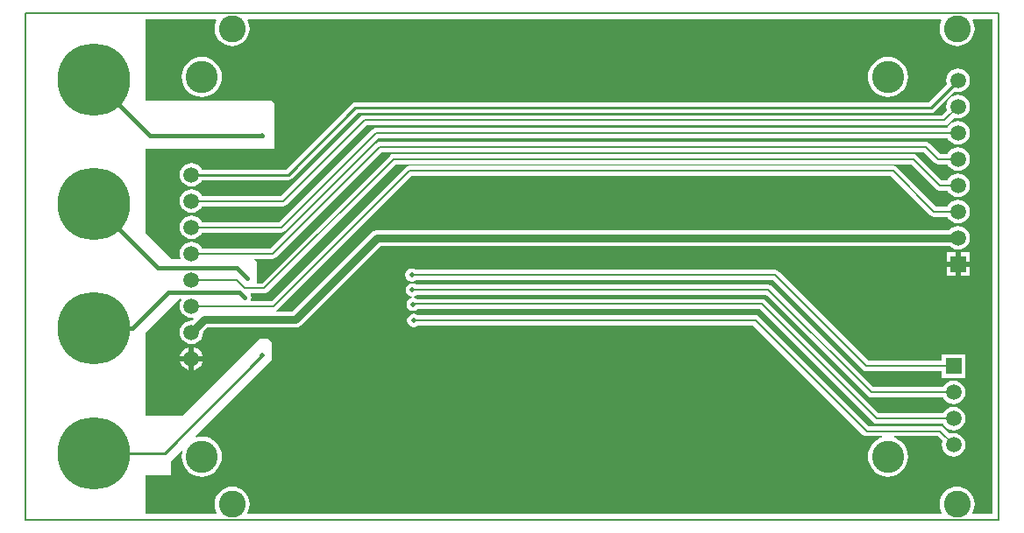
<source format=gtl>
%FSLAX25Y25*%
%MOIN*%
G70*
G01*
G75*
G04 Layer_Physical_Order=1*
G04 Layer_Color=255*
%ADD10C,0.27559*%
%ADD11C,0.00800*%
%ADD12C,0.03000*%
%ADD13C,0.01000*%
%ADD14C,0.01500*%
%ADD15C,0.00500*%
%ADD16C,0.10236*%
%ADD17C,0.05906*%
%ADD18C,0.12205*%
%ADD19R,0.05906X0.05906*%
%ADD20C,0.02000*%
%ADD21C,0.03000*%
%ADD22C,0.07874*%
G36*
X367716Y-190616D02*
X360393D01*
X360136Y-190187D01*
X360475Y-189553D01*
X360853Y-188305D01*
X360981Y-187008D01*
X360853Y-185711D01*
X360475Y-184463D01*
X359860Y-183313D01*
X359033Y-182306D01*
X358025Y-181479D01*
X356876Y-180864D01*
X355628Y-180485D01*
X354331Y-180358D01*
X353033Y-180485D01*
X351786Y-180864D01*
X350636Y-181479D01*
X349628Y-182306D01*
X348801Y-183313D01*
X348187Y-184463D01*
X347808Y-185711D01*
X347681Y-187008D01*
X347808Y-188305D01*
X348187Y-189553D01*
X348526Y-190187D01*
X348269Y-190616D01*
X84802D01*
X84545Y-190187D01*
X84884Y-189553D01*
X85263Y-188305D01*
X85390Y-187008D01*
X85263Y-185711D01*
X84884Y-184463D01*
X84269Y-183313D01*
X83442Y-182306D01*
X82435Y-181479D01*
X81285Y-180864D01*
X80037Y-180485D01*
X78740Y-180358D01*
X77443Y-180485D01*
X76195Y-180864D01*
X75046Y-181479D01*
X74038Y-182306D01*
X73211Y-183313D01*
X72596Y-184463D01*
X72218Y-185711D01*
X72090Y-187008D01*
X72218Y-188305D01*
X72596Y-189553D01*
X72935Y-190187D01*
X72678Y-190616D01*
X45800D01*
Y-176000D01*
X55386D01*
Y-170614D01*
X59455Y-166545D01*
X59884Y-166802D01*
X59705Y-167393D01*
X59558Y-168884D01*
X59705Y-170374D01*
X60139Y-171807D01*
X60845Y-173127D01*
X61795Y-174285D01*
X62953Y-175235D01*
X64274Y-175941D01*
X65707Y-176376D01*
X67197Y-176523D01*
X68687Y-176376D01*
X70120Y-175941D01*
X71441Y-175235D01*
X72599Y-174285D01*
X73549Y-173127D01*
X74255Y-171807D01*
X74689Y-170374D01*
X74836Y-168884D01*
X74689Y-167393D01*
X74255Y-165960D01*
X73549Y-164639D01*
X72599Y-163482D01*
X71441Y-162532D01*
X70120Y-161826D01*
X68687Y-161391D01*
X67197Y-161244D01*
X65707Y-161391D01*
X65115Y-161570D01*
X64859Y-161142D01*
X93700Y-132300D01*
Y-125400D01*
X92100Y-123800D01*
X91900Y-124000D01*
X90100D01*
Y-123900D01*
X89400D01*
X59900Y-153400D01*
X45800D01*
Y-121600D01*
X58706Y-108694D01*
X59312D01*
X59533Y-109142D01*
X59370Y-109354D01*
X58922Y-110438D01*
X58769Y-111600D01*
X58922Y-112762D01*
X59370Y-113846D01*
X60084Y-114776D01*
X61014Y-115489D01*
X62098Y-115938D01*
X63260Y-116091D01*
X63905Y-116006D01*
X64126Y-116455D01*
X63447Y-117133D01*
X63260Y-117109D01*
X62098Y-117262D01*
X61014Y-117710D01*
X60084Y-118424D01*
X59370Y-119354D01*
X58922Y-120438D01*
X58769Y-121600D01*
X58922Y-122762D01*
X59370Y-123846D01*
X60084Y-124776D01*
X61014Y-125489D01*
X62098Y-125938D01*
X63260Y-126091D01*
X64422Y-125938D01*
X65505Y-125489D01*
X66436Y-124776D01*
X67149Y-123846D01*
X67598Y-122762D01*
X67751Y-121600D01*
X67726Y-121413D01*
X69313Y-119826D01*
X102700D01*
X103483Y-119723D01*
X103999Y-119509D01*
X104213Y-119421D01*
X104840Y-118940D01*
X135153Y-88626D01*
X351509D01*
X351624Y-88776D01*
X352554Y-89490D01*
X353638Y-89938D01*
X354800Y-90091D01*
X355962Y-89938D01*
X357046Y-89490D01*
X357976Y-88776D01*
X358689Y-87846D01*
X359138Y-86762D01*
X359291Y-85600D01*
X359138Y-84438D01*
X358689Y-83354D01*
X357976Y-82424D01*
X357046Y-81710D01*
X355962Y-81262D01*
X354800Y-81109D01*
X353638Y-81262D01*
X352554Y-81710D01*
X351624Y-82424D01*
X351509Y-82574D01*
X133900D01*
X133117Y-82677D01*
X132689Y-82854D01*
X132387Y-82980D01*
X131760Y-83460D01*
X101447Y-113774D01*
X95627D01*
X95482Y-113296D01*
X95970Y-112970D01*
X95970Y-112970D01*
X95970Y-112970D01*
X146902Y-62037D01*
X329298D01*
X344230Y-76970D01*
X344859Y-77390D01*
X345600Y-77537D01*
X350783D01*
X350910Y-77846D01*
X351624Y-78776D01*
X352554Y-79489D01*
X353638Y-79938D01*
X354800Y-80091D01*
X355962Y-79938D01*
X357046Y-79489D01*
X357976Y-78776D01*
X358689Y-77846D01*
X359138Y-76762D01*
X359291Y-75600D01*
X359138Y-74438D01*
X358689Y-73354D01*
X357976Y-72424D01*
X357046Y-71710D01*
X355962Y-71262D01*
X354800Y-71109D01*
X353638Y-71262D01*
X352554Y-71710D01*
X351624Y-72424D01*
X350910Y-73354D01*
X350783Y-73663D01*
X346402D01*
X331470Y-58730D01*
X330841Y-58310D01*
X330100Y-58163D01*
X146100D01*
X145359Y-58310D01*
X144730Y-58730D01*
X93798Y-109663D01*
X86192D01*
X85875Y-109276D01*
X86049Y-108400D01*
X85855Y-107424D01*
X85690Y-107178D01*
X85926Y-106737D01*
X90835D01*
X91576Y-106590D01*
X92204Y-106170D01*
X92204Y-106170D01*
X92204Y-106170D01*
X140837Y-57537D01*
X336898D01*
X346330Y-66970D01*
X346959Y-67390D01*
X347700Y-67537D01*
X350783D01*
X350910Y-67846D01*
X351624Y-68776D01*
X352554Y-69490D01*
X353638Y-69938D01*
X354800Y-70091D01*
X355962Y-69938D01*
X357046Y-69490D01*
X357976Y-68776D01*
X358689Y-67846D01*
X359138Y-66762D01*
X359291Y-65600D01*
X359138Y-64438D01*
X358689Y-63354D01*
X357976Y-62424D01*
X357046Y-61711D01*
X355962Y-61262D01*
X354800Y-61109D01*
X353638Y-61262D01*
X352554Y-61711D01*
X351624Y-62424D01*
X350910Y-63354D01*
X350783Y-63663D01*
X348502D01*
X339070Y-54230D01*
X338441Y-53810D01*
X337700Y-53663D01*
X140035D01*
X139293Y-53810D01*
X138665Y-54230D01*
X90032Y-102863D01*
X88295D01*
X88131Y-102469D01*
X88131D01*
X88131Y-102469D01*
Y-94700D01*
X87160Y-93729D01*
X87160Y-93729D01*
X87160D01*
X87032Y-93600D01*
X87094Y-93537D01*
X94100D01*
X94841Y-93390D01*
X95470Y-92970D01*
X135602Y-52837D01*
X341698D01*
X345830Y-56970D01*
X346459Y-57390D01*
X347200Y-57537D01*
X350783D01*
X350910Y-57846D01*
X351624Y-58776D01*
X352554Y-59490D01*
X353638Y-59938D01*
X354800Y-60091D01*
X355962Y-59938D01*
X357046Y-59490D01*
X357976Y-58776D01*
X358689Y-57846D01*
X359138Y-56762D01*
X359291Y-55600D01*
X359138Y-54438D01*
X358689Y-53354D01*
X357976Y-52424D01*
X357046Y-51710D01*
X355962Y-51262D01*
X354800Y-51109D01*
X353638Y-51262D01*
X352554Y-51710D01*
X351624Y-52424D01*
X350910Y-53354D01*
X350783Y-53663D01*
X348002D01*
X343870Y-49530D01*
X343241Y-49110D01*
X342500Y-48963D01*
X134800D01*
X134059Y-49110D01*
X133430Y-49530D01*
X93298Y-89663D01*
X67277D01*
X67149Y-89354D01*
X66436Y-88424D01*
X65505Y-87710D01*
X64422Y-87262D01*
X63260Y-87109D01*
X62098Y-87262D01*
X61014Y-87710D01*
X60084Y-88424D01*
X59370Y-89354D01*
X58922Y-90438D01*
X58769Y-91600D01*
X58922Y-92762D01*
X59096Y-93184D01*
X58819Y-93600D01*
X55886D01*
X45800Y-83514D01*
Y-51600D01*
X94900D01*
Y-34500D01*
X93500Y-33100D01*
X93300Y-33300D01*
X45800D01*
Y-2384D01*
X72632D01*
X72889Y-2813D01*
X72596Y-3361D01*
X72218Y-4608D01*
X72090Y-5906D01*
X72218Y-7203D01*
X72596Y-8450D01*
X73211Y-9600D01*
X74038Y-10608D01*
X75046Y-11435D01*
X76195Y-12049D01*
X77443Y-12428D01*
X78740Y-12556D01*
X80037Y-12428D01*
X81285Y-12049D01*
X82435Y-11435D01*
X83442Y-10608D01*
X84269Y-9600D01*
X84884Y-8450D01*
X85263Y-7203D01*
X85390Y-5906D01*
X85263Y-4608D01*
X84884Y-3361D01*
X84591Y-2813D01*
X84848Y-2384D01*
X348222D01*
X348479Y-2813D01*
X348187Y-3361D01*
X347808Y-4608D01*
X347681Y-5906D01*
X347808Y-7203D01*
X348187Y-8450D01*
X348801Y-9600D01*
X349628Y-10608D01*
X350636Y-11435D01*
X351786Y-12049D01*
X353033Y-12428D01*
X354331Y-12556D01*
X355628Y-12428D01*
X356876Y-12049D01*
X358025Y-11435D01*
X359033Y-10608D01*
X359860Y-9600D01*
X360475Y-8450D01*
X360853Y-7203D01*
X360981Y-5906D01*
X360853Y-4608D01*
X360475Y-3361D01*
X360182Y-2813D01*
X360439Y-2384D01*
X367716D01*
Y-190616D01*
D02*
G37*
%LPC*%
G36*
X62260Y-127241D02*
X62098Y-127262D01*
X61014Y-127710D01*
X60084Y-128424D01*
X59370Y-129354D01*
X58922Y-130438D01*
X58900Y-130600D01*
X62260D01*
Y-127241D01*
D02*
G37*
G36*
X67619Y-132600D02*
X64260D01*
Y-135959D01*
X64422Y-135938D01*
X65505Y-135489D01*
X66436Y-134776D01*
X67149Y-133846D01*
X67598Y-132762D01*
X67619Y-132600D01*
D02*
G37*
G36*
X353800Y-96600D02*
X350347D01*
Y-100053D01*
X353800D01*
Y-96600D01*
D02*
G37*
G36*
X64260Y-127241D02*
Y-130600D01*
X67619D01*
X67598Y-130438D01*
X67149Y-129354D01*
X66436Y-128424D01*
X65505Y-127710D01*
X64422Y-127262D01*
X64260Y-127241D01*
D02*
G37*
G36*
X147287Y-102864D02*
X146311Y-103058D01*
X145484Y-103611D01*
X144932Y-104438D01*
X144738Y-105413D01*
X144932Y-106389D01*
X145484Y-107216D01*
X146311Y-107768D01*
X147164Y-107938D01*
Y-108438D01*
X146625Y-108545D01*
X145798Y-109098D01*
X145245Y-109924D01*
X145051Y-110900D01*
X145245Y-111875D01*
X145798Y-112702D01*
X146625Y-113255D01*
X147600Y-113449D01*
X148575Y-113255D01*
X149350Y-112737D01*
X279398D01*
X322430Y-155770D01*
X323059Y-156190D01*
X323800Y-156337D01*
X348983D01*
X349111Y-156646D01*
X349824Y-157576D01*
X350754Y-158290D01*
X351838Y-158738D01*
X353000Y-158891D01*
X354162Y-158738D01*
X355246Y-158290D01*
X356176Y-157576D01*
X356890Y-156646D01*
X357338Y-155562D01*
X357491Y-154400D01*
X357338Y-153238D01*
X356890Y-152154D01*
X356176Y-151224D01*
X355246Y-150511D01*
X354162Y-150062D01*
X353000Y-149909D01*
X351838Y-150062D01*
X350754Y-150511D01*
X349824Y-151224D01*
X349111Y-152154D01*
X348983Y-152463D01*
X324602D01*
X281570Y-109430D01*
X280941Y-109010D01*
X280200Y-108863D01*
X149051D01*
X148575Y-108545D01*
X147723Y-108376D01*
Y-107876D01*
X148262Y-107768D01*
X149037Y-107250D01*
X281811D01*
X320330Y-145770D01*
X320959Y-146190D01*
X321700Y-146337D01*
X348983D01*
X349111Y-146646D01*
X349824Y-147576D01*
X350754Y-148290D01*
X351838Y-148738D01*
X353000Y-148891D01*
X354162Y-148738D01*
X355246Y-148290D01*
X356176Y-147576D01*
X356890Y-146646D01*
X357338Y-145562D01*
X357491Y-144400D01*
X357338Y-143238D01*
X356890Y-142154D01*
X356176Y-141224D01*
X355246Y-140510D01*
X354162Y-140062D01*
X353000Y-139909D01*
X351838Y-140062D01*
X350754Y-140510D01*
X349824Y-141224D01*
X349111Y-142154D01*
X348983Y-142463D01*
X322502D01*
X283983Y-103944D01*
X283355Y-103524D01*
X282613Y-103376D01*
X148738D01*
X148262Y-103058D01*
X147287Y-102864D01*
D02*
G37*
G36*
X147800Y-114451D02*
X146825Y-114645D01*
X145998Y-115198D01*
X145445Y-116024D01*
X145251Y-117000D01*
X145445Y-117975D01*
X145998Y-118802D01*
X146825Y-119355D01*
X147800Y-119549D01*
X148775Y-119355D01*
X149550Y-118837D01*
X276898D01*
X318630Y-160570D01*
X319259Y-160990D01*
X320000Y-161137D01*
X325706D01*
X325779Y-161632D01*
X325140Y-161826D01*
X323819Y-162532D01*
X322661Y-163482D01*
X321711Y-164639D01*
X321005Y-165960D01*
X320571Y-167393D01*
X320424Y-168884D01*
X320571Y-170374D01*
X321005Y-171807D01*
X321711Y-173127D01*
X322661Y-174285D01*
X323819Y-175235D01*
X325140Y-175941D01*
X326573Y-176376D01*
X328063Y-176523D01*
X329553Y-176376D01*
X330986Y-175941D01*
X332307Y-175235D01*
X333465Y-174285D01*
X334415Y-173127D01*
X335121Y-171807D01*
X335555Y-170374D01*
X335702Y-168884D01*
X335555Y-167393D01*
X335121Y-165960D01*
X334415Y-164639D01*
X333465Y-163482D01*
X332307Y-162532D01*
X330986Y-161826D01*
X330347Y-161632D01*
X330420Y-161137D01*
X346998D01*
X348790Y-162929D01*
X348662Y-163238D01*
X348509Y-164400D01*
X348662Y-165562D01*
X349111Y-166646D01*
X349824Y-167576D01*
X350754Y-168289D01*
X351838Y-168738D01*
X353000Y-168891D01*
X354162Y-168738D01*
X355246Y-168289D01*
X356176Y-167576D01*
X356890Y-166646D01*
X357338Y-165562D01*
X357491Y-164400D01*
X357338Y-163238D01*
X356890Y-162154D01*
X356176Y-161224D01*
X355246Y-160511D01*
X354162Y-160062D01*
X353000Y-159909D01*
X351838Y-160062D01*
X351529Y-160190D01*
X349170Y-157830D01*
X348541Y-157410D01*
X347800Y-157263D01*
X320802D01*
X279070Y-115530D01*
X278441Y-115110D01*
X277700Y-114963D01*
X149251D01*
X148775Y-114645D01*
X147800Y-114451D01*
D02*
G37*
G36*
X62260Y-132600D02*
X58900D01*
X58922Y-132762D01*
X59370Y-133846D01*
X60084Y-134776D01*
X61014Y-135489D01*
X62098Y-135938D01*
X62260Y-135959D01*
Y-132600D01*
D02*
G37*
G36*
X147100Y-97251D02*
X146124Y-97445D01*
X145298Y-97998D01*
X144745Y-98825D01*
X144551Y-99800D01*
X144745Y-100776D01*
X145298Y-101602D01*
X146124Y-102155D01*
X147100Y-102349D01*
X148075Y-102155D01*
X148850Y-101637D01*
X284398D01*
X318530Y-135770D01*
X319159Y-136190D01*
X319900Y-136337D01*
X348547D01*
Y-138853D01*
X357453D01*
Y-129947D01*
X348547D01*
Y-132463D01*
X320702D01*
X286570Y-98330D01*
X285941Y-97910D01*
X285200Y-97763D01*
X148551D01*
X148075Y-97445D01*
X147100Y-97251D01*
D02*
G37*
G36*
X67197Y-16677D02*
X65707Y-16824D01*
X64274Y-17259D01*
X62953Y-17965D01*
X61795Y-18915D01*
X60845Y-20073D01*
X60139Y-21393D01*
X59705Y-22826D01*
X59558Y-24317D01*
X59705Y-25807D01*
X60139Y-27240D01*
X60845Y-28561D01*
X61795Y-29718D01*
X62953Y-30668D01*
X64274Y-31374D01*
X65707Y-31809D01*
X67197Y-31956D01*
X68687Y-31809D01*
X70120Y-31374D01*
X71441Y-30668D01*
X72599Y-29718D01*
X73549Y-28561D01*
X74255Y-27240D01*
X74689Y-25807D01*
X74836Y-24317D01*
X74689Y-22826D01*
X74255Y-21393D01*
X73549Y-20073D01*
X72599Y-18915D01*
X71441Y-17965D01*
X70120Y-17259D01*
X68687Y-16824D01*
X67197Y-16677D01*
D02*
G37*
G36*
X354800Y-31109D02*
X353638Y-31262D01*
X352554Y-31710D01*
X351624Y-32424D01*
X350910Y-33354D01*
X350462Y-34438D01*
X350309Y-35600D01*
X350462Y-36762D01*
X350590Y-37071D01*
X348798Y-38863D01*
X129000D01*
X128259Y-39010D01*
X127630Y-39430D01*
X97398Y-69663D01*
X67277D01*
X67149Y-69354D01*
X66436Y-68424D01*
X65505Y-67711D01*
X64422Y-67262D01*
X63260Y-67109D01*
X62098Y-67262D01*
X61014Y-67711D01*
X60084Y-68424D01*
X59370Y-69354D01*
X58922Y-70438D01*
X58769Y-71600D01*
X58922Y-72762D01*
X59370Y-73846D01*
X60084Y-74776D01*
X61014Y-75489D01*
X62098Y-75938D01*
X63260Y-76091D01*
X64422Y-75938D01*
X65505Y-75489D01*
X66436Y-74776D01*
X67149Y-73846D01*
X67277Y-73537D01*
X98200D01*
X98941Y-73390D01*
X99570Y-72970D01*
X129802Y-42737D01*
X349600D01*
X350341Y-42590D01*
X350970Y-42170D01*
X353329Y-39810D01*
X353638Y-39938D01*
X354800Y-40091D01*
X355962Y-39938D01*
X357046Y-39489D01*
X357976Y-38776D01*
X358689Y-37846D01*
X359138Y-36762D01*
X359291Y-35600D01*
X359138Y-34438D01*
X358689Y-33354D01*
X357976Y-32424D01*
X357046Y-31710D01*
X355962Y-31262D01*
X354800Y-31109D01*
D02*
G37*
G36*
Y-21109D02*
X353638Y-21262D01*
X352554Y-21711D01*
X351624Y-22424D01*
X350910Y-23354D01*
X350462Y-24438D01*
X350309Y-25600D01*
X350462Y-26762D01*
X350547Y-26969D01*
X343555Y-33961D01*
X125600D01*
X124820Y-34116D01*
X124158Y-34558D01*
X99155Y-59561D01*
X67235D01*
X67149Y-59354D01*
X66436Y-58424D01*
X65505Y-57710D01*
X64422Y-57262D01*
X63260Y-57109D01*
X62098Y-57262D01*
X61014Y-57710D01*
X60084Y-58424D01*
X59370Y-59354D01*
X58922Y-60438D01*
X58769Y-61600D01*
X58922Y-62762D01*
X59370Y-63846D01*
X60084Y-64776D01*
X61014Y-65490D01*
X62098Y-65938D01*
X63260Y-66091D01*
X64422Y-65938D01*
X65505Y-65490D01*
X66436Y-64776D01*
X67149Y-63846D01*
X67235Y-63639D01*
X100000D01*
X100780Y-63484D01*
X101442Y-63042D01*
X126445Y-38039D01*
X344400D01*
X345180Y-37884D01*
X345842Y-37442D01*
X353431Y-29853D01*
X353638Y-29938D01*
X354800Y-30091D01*
X355962Y-29938D01*
X357046Y-29489D01*
X357976Y-28776D01*
X358689Y-27846D01*
X359138Y-26762D01*
X359291Y-25600D01*
X359138Y-24438D01*
X358689Y-23354D01*
X357976Y-22424D01*
X357046Y-21711D01*
X355962Y-21262D01*
X354800Y-21109D01*
D02*
G37*
G36*
X328063Y-16677D02*
X326573Y-16824D01*
X325140Y-17259D01*
X323819Y-17965D01*
X322661Y-18915D01*
X321711Y-20073D01*
X321005Y-21393D01*
X320571Y-22826D01*
X320424Y-24317D01*
X320571Y-25807D01*
X321005Y-27240D01*
X321711Y-28561D01*
X322661Y-29718D01*
X323819Y-30668D01*
X325140Y-31374D01*
X326573Y-31809D01*
X328063Y-31956D01*
X329553Y-31809D01*
X330986Y-31374D01*
X332307Y-30668D01*
X333465Y-29718D01*
X334415Y-28561D01*
X335121Y-27240D01*
X335555Y-25807D01*
X335702Y-24317D01*
X335555Y-22826D01*
X335121Y-21393D01*
X334415Y-20073D01*
X333465Y-18915D01*
X332307Y-17965D01*
X330986Y-17259D01*
X329553Y-16824D01*
X328063Y-16677D01*
D02*
G37*
G36*
X353800Y-91147D02*
X350347D01*
Y-94600D01*
X353800D01*
Y-91147D01*
D02*
G37*
G36*
X359253Y-96600D02*
X355800D01*
Y-100053D01*
X359253D01*
Y-96600D01*
D02*
G37*
G36*
X354800Y-41109D02*
X353638Y-41262D01*
X352554Y-41710D01*
X351624Y-42424D01*
X350910Y-43354D01*
X350783Y-43663D01*
X133400D01*
X132659Y-43810D01*
X132030Y-44230D01*
X96598Y-79663D01*
X67277D01*
X67149Y-79354D01*
X66436Y-78424D01*
X65505Y-77710D01*
X64422Y-77262D01*
X63260Y-77109D01*
X62098Y-77262D01*
X61014Y-77710D01*
X60084Y-78424D01*
X59370Y-79354D01*
X58922Y-80438D01*
X58769Y-81600D01*
X58922Y-82762D01*
X59370Y-83846D01*
X60084Y-84776D01*
X61014Y-85489D01*
X62098Y-85938D01*
X63260Y-86091D01*
X64422Y-85938D01*
X65505Y-85489D01*
X66436Y-84776D01*
X67149Y-83846D01*
X67277Y-83537D01*
X97400D01*
X98141Y-83390D01*
X98770Y-82970D01*
X134202Y-47537D01*
X350783D01*
X350910Y-47846D01*
X351624Y-48776D01*
X352554Y-49490D01*
X353638Y-49938D01*
X354800Y-50091D01*
X355962Y-49938D01*
X357046Y-49490D01*
X357976Y-48776D01*
X358689Y-47846D01*
X359138Y-46762D01*
X359291Y-45600D01*
X359138Y-44438D01*
X358689Y-43354D01*
X357976Y-42424D01*
X357046Y-41710D01*
X355962Y-41262D01*
X354800Y-41109D01*
D02*
G37*
G36*
X359253Y-91147D02*
X355800D01*
Y-94600D01*
X359253D01*
Y-91147D01*
D02*
G37*
%LPD*%
D10*
X26100Y-25200D02*
D03*
Y-72667D02*
D03*
Y-120133D02*
D03*
Y-167600D02*
D03*
D11*
X147800Y-116900D02*
X277700D01*
X147600Y-110800D02*
X280200D01*
X147287Y-105313D02*
X282613D01*
X147100Y-99700D02*
X285200D01*
X94100Y-91600D02*
X134800Y-50900D01*
X63260Y-91600D02*
X94100D01*
X282613Y-105313D02*
X321700Y-144400D01*
X280200Y-110800D02*
X323800Y-154400D01*
X277700Y-116900D02*
X320000Y-159200D01*
X347800D02*
X353000Y-164400D01*
X320000Y-159200D02*
X347800D01*
X323800Y-154400D02*
X353000D01*
X321700Y-144400D02*
X353000D01*
X319900Y-134400D02*
X353000D01*
X285200Y-99700D02*
X319900Y-134400D01*
X345600Y-75600D02*
X354800D01*
X330100Y-60100D02*
X345600Y-75600D01*
X146100Y-60100D02*
X330100D01*
X94600Y-111600D02*
X146100Y-60100D01*
X63260Y-111600D02*
X94600D01*
X347700Y-65600D02*
X354800D01*
X337700Y-55600D02*
X347700Y-65600D01*
X140035Y-55600D02*
X337700D01*
X90835Y-104800D02*
X140035Y-55600D01*
X83600Y-104800D02*
X90835D01*
X80400Y-101600D02*
X83600Y-104800D01*
X63260Y-101600D02*
X80400D01*
X347200Y-55600D02*
X354800D01*
X342500Y-50900D02*
X347200Y-55600D01*
X134800Y-50900D02*
X342500D01*
X63260Y-81600D02*
X97400D01*
X133400Y-45600D01*
X354800D01*
X349600Y-40800D02*
X354800Y-35600D01*
X129000Y-40800D02*
X349600D01*
X98200Y-71600D02*
X129000Y-40800D01*
X63260Y-71600D02*
X98200D01*
D12*
X161000Y-85600D02*
X354800D01*
X133900D02*
X161000D01*
X102700Y-116800D02*
X133900Y-85600D01*
X63260Y-121600D02*
X68060Y-116800D01*
X102700D01*
D13*
X26100Y-167600D02*
X49000D01*
X53000D01*
X90100Y-130500D01*
X125600Y-36000D02*
X344400D01*
X100000Y-61600D02*
X125600Y-36000D01*
X344400D02*
X354800Y-25600D01*
X63260Y-61600D02*
X100000D01*
D14*
X81500Y-106400D02*
X83500Y-108400D01*
X54400Y-106400D02*
X81500D01*
X40667Y-120133D02*
X54400Y-106400D01*
X26100Y-120133D02*
X40667D01*
X80500Y-97100D02*
X84400Y-101000D01*
X50533Y-97100D02*
X80500D01*
X26100Y-72667D02*
X50533Y-97100D01*
X47500Y-46600D02*
X90200D01*
X26100Y-25200D02*
X47500Y-46600D01*
D15*
X0Y-192913D02*
X370200D01*
X0Y0D02*
X370200D01*
X0Y-192913D02*
Y0D01*
X370079Y-192913D02*
Y0D01*
D16*
X354331Y-5906D02*
D03*
Y-187008D02*
D03*
X78740D02*
D03*
Y-5906D02*
D03*
D17*
X63260Y-61600D02*
D03*
Y-71600D02*
D03*
Y-81600D02*
D03*
Y-91600D02*
D03*
Y-101600D02*
D03*
Y-111600D02*
D03*
Y-121600D02*
D03*
Y-131600D02*
D03*
X353000Y-164400D02*
D03*
Y-154400D02*
D03*
Y-144400D02*
D03*
X354800Y-85600D02*
D03*
Y-75600D02*
D03*
Y-65600D02*
D03*
Y-55600D02*
D03*
Y-45600D02*
D03*
Y-35600D02*
D03*
Y-25600D02*
D03*
D18*
X67197Y-24317D02*
D03*
X328063D02*
D03*
Y-168884D02*
D03*
X67197D02*
D03*
D19*
X353000Y-134400D02*
D03*
X354800Y-95600D02*
D03*
D20*
X147800Y-117000D02*
D03*
X147600Y-110900D02*
D03*
X147287Y-105413D02*
D03*
X147100Y-99800D02*
D03*
X90100Y-130500D02*
D03*
X83500Y-108400D02*
D03*
X84467Y-101067D02*
D03*
X90200Y-46600D02*
D03*
D21*
X161000Y-85600D02*
D03*
D22*
X26100Y-25200D02*
D03*
Y-72667D02*
D03*
Y-120133D02*
D03*
Y-167600D02*
D03*
M02*

</source>
